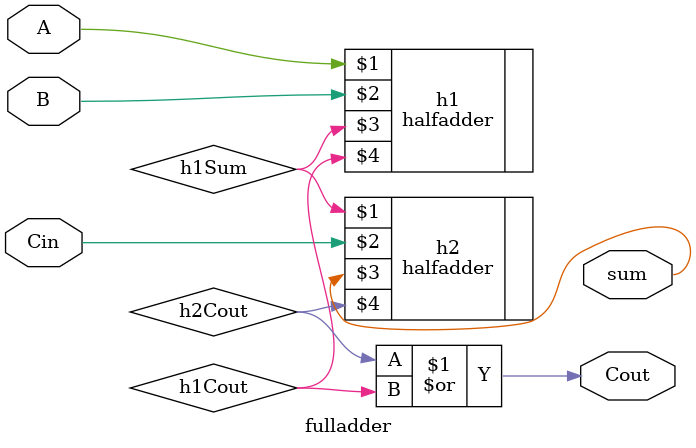
<source format=v>
`timescale 1ns / 1ps


module fulladder(
    input A,
    input B,
    input Cin,
    output Cout,
    output sum
    );
    
    wire h1Cout,h1Sum,h2Cout;
    
    halfadder h1(A,B,h1Sum,h1Cout);
    halfadder h2(h1Sum,Cin,sum,h2Cout); 
    assign Cout = h2Cout | h1Cout; 
    
    
endmodule

</source>
